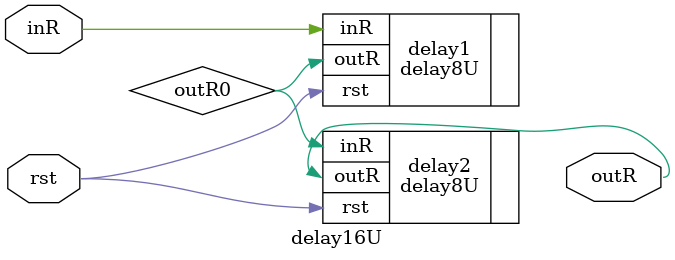
<source format=v>
`timescale 1ns / 1ps

module delay16U(inR, outR, rst);
input inR, rst;
output outR;

wire outR0;


delay8U delay1(.inR(inR  ), .outR(outR0), .rst(rst));
delay8U delay2(.inR(outR0), .outR(outR ), .rst(rst));
endmodule


</source>
